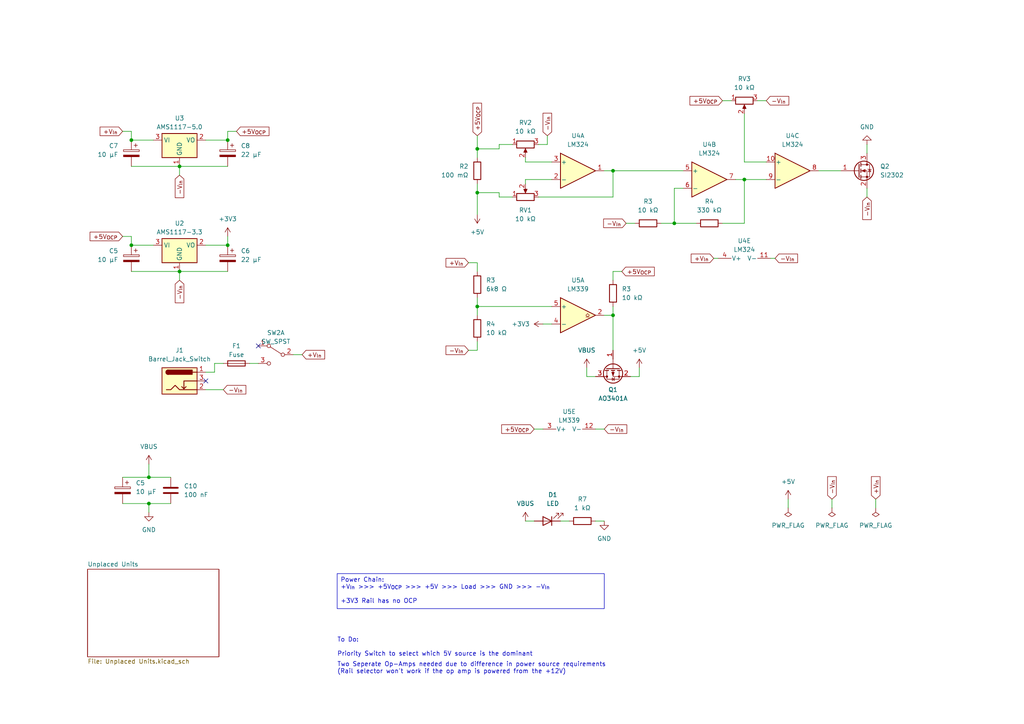
<source format=kicad_sch>
(kicad_sch (version 20230121) (generator eeschema)
  (paper "A4")
  (title_block (title "ATMEGA32A AVR Kit") (date "2023-10-28") (rev "C2") (company "Team Exotic") (comment 1 "Author: Morad Tamer"))
  (lib_symbols
    (symbol "Amplifier_Operational:LM324" (pin_names (offset 0.127))
      (property "Reference" "U" (at 0 5.08 0))
      (property "Value" "LM324" (at 0 -5.08 0))
      (symbol "LM324_1_1"
        (polyline (pts (xy -5.08 5.08) (xy 5.08 0) (xy -5.08 -5.08) (xy -5.08 5.08)) (stroke (width 0.254)) (fill (type background)))
        (pin output line (at 7.62 0 180) (length 2.54) (name "~") (number "1"))
        (pin input line (at -7.62 -2.54 0) (length 2.54) (name "-") (number "2"))
        (pin input line (at -7.62 2.54 0) (length 2.54) (name "+") (number "3"))
      )
      (symbol "LM324_2_1"
        (polyline (pts (xy -5.08 5.08) (xy 5.08 0) (xy -5.08 -5.08) (xy -5.08 5.08)) (stroke (width 0.254)) (fill (type background)))
        (pin input line (at -7.62 2.54 0) (length 2.54) (name "+") (number "5"))
        (pin input line (at -7.62 -2.54 0) (length 2.54) (name "-") (number "6"))
        (pin output line (at 7.62 0 180) (length 2.54) (name "~") (number "7"))
      )
      (symbol "LM324_3_1"
        (polyline (pts (xy -5.08 5.08) (xy 5.08 0) (xy -5.08 -5.08) (xy -5.08 5.08)) (stroke (width 0.254)) (fill (type background)))
        (pin input line (at -7.62 2.54 0) (length 2.54) (name "+") (number "10"))
        (pin output line (at 7.62 0 180) (length 2.54) (name "~") (number "8"))
        (pin input line (at -7.62 -2.54 0) (length 2.54) (name "-") (number "9"))
      )
      (symbol "LM324_4_1"
        (polyline (pts (xy -5.08 5.08) (xy 5.08 0) (xy -5.08 -5.08) (xy -5.08 5.08)) (stroke (width 0.254)) (fill (type background)))
        (pin input line (at -7.62 2.54 0) (length 2.54) (name "+") (number "12"))
        (pin input line (at -7.62 -2.54 0) (length 2.54) (name "-") (number "13"))
        (pin output line (at 7.62 0 180) (length 2.54) (name "~") (number "14"))
      )
      (symbol "LM324_5_1"
        (pin power_in line (at -2.54 -7.62 90) (length 3.81) (name "V-") (number "11"))
        (pin power_in line (at -2.54 7.62 270) (length 3.81) (name "V+") (number "4"))
      )
    )
    (symbol "Comparator:LM339" (pin_names (offset 0.127))
      (property "Reference" "U" (at 0 5.08 0))
      (property "Value" "LM339" (at 0 -5.08 0))
      (symbol "LM339_1_1"
        (polyline (pts (xy -5.08 5.08) (xy 5.08 0) (xy -5.08 -5.08) (xy -5.08 5.08)) (stroke (width 0.254)) (fill (type background)))
        (polyline (pts (xy 3.302 -0.508) (xy 2.794 -0.508) (xy 3.302 0) (xy 2.794 0.508) (xy 2.286 0) (xy 2.794 -0.508) (xy 2.286 -0.508)) (stroke (width 0.127)))
        (pin open_collector line (at 7.62 0 180) (length 2.54) (name "~") (number "2"))
        (pin input line (at -7.62 -2.54 0) (length 2.54) (name "-") (number "4"))
        (pin input line (at -7.62 2.54 0) (length 2.54) (name "+") (number "5"))
      )
      (symbol "LM339_2_1"
        (polyline (pts (xy -5.08 5.08) (xy 5.08 0) (xy -5.08 -5.08) (xy -5.08 5.08)) (stroke (width 0.254)) (fill (type background)))
        (polyline (pts (xy 3.302 -0.508) (xy 2.794 -0.508) (xy 3.302 0) (xy 2.794 0.508) (xy 2.286 0) (xy 2.794 -0.508) (xy 2.286 -0.508)) (stroke (width 0.127)))
        (pin open_collector line (at 7.62 0 180) (length 2.54) (name "~") (number "1"))
        (pin input line (at -7.62 -2.54 0) (length 2.54) (name "-") (number "6"))
        (pin input line (at -7.62 2.54 0) (length 2.54) (name "+") (number "7"))
      )
      (symbol "LM339_3_1"
        (polyline (pts (xy -5.08 5.08) (xy 5.08 0) (xy -5.08 -5.08) (xy -5.08 5.08)) (stroke (width 0.254)) (fill (type background)))
        (polyline (pts (xy 3.302 -0.508) (xy 2.794 -0.508) (xy 3.302 0) (xy 2.794 0.508) (xy 2.286 0) (xy 2.794 -0.508) (xy 2.286 -0.508)) (stroke (width 0.127)))
        (pin input line (at -7.62 -2.54 0) (length 2.54) (name "-") (number "10"))
        (pin input line (at -7.62 2.54 0) (length 2.54) (name "+") (number "11"))
        (pin open_collector line (at 7.62 0 180) (length 2.54) (name "~") (number "13"))
      )
      (symbol "LM339_4_1"
        (polyline (pts (xy -5.08 5.08) (xy 5.08 0) (xy -5.08 -5.08) (xy -5.08 5.08)) (stroke (width 0.254)) (fill (type background)))
        (polyline (pts (xy 3.302 -0.508) (xy 2.794 -0.508) (xy 3.302 0) (xy 2.794 0.508) (xy 2.286 0) (xy 2.794 -0.508) (xy 2.286 -0.508)) (stroke (width 0.127)))
        (pin open_collector line (at 7.62 0 180) (length 2.54) (name "~") (number "14"))
        (pin input line (at -7.62 -2.54 0) (length 2.54) (name "-") (number "8"))
        (pin input line (at -7.62 2.54 0) (length 2.54) (name "+") (number "9"))
      )
      (symbol "LM339_5_1"
        (pin power_in line (at -2.54 -7.62 90) (length 3.81) (name "V-") (number "12"))
        (pin power_in line (at -2.54 7.62 270) (length 3.81) (name "V+") (number "3"))
      )
    )
    (symbol "Connector:Barrel_Jack_Switch" (pin_names hide)
      (property "Reference" "J" (at 0 5.334 0))
      (property "Value" "Barrel_Jack_Switch" (at 0 -5.08 0))
      (symbol "Barrel_Jack_Switch_0_1"
        (rectangle (start -5.08 3.81) (end 5.08 -3.81) (stroke (width 0.254)) (fill (type background)))
        (arc (start -3.302 3.175) (mid -3.9343 2.54) (end -3.302 1.905) (stroke (width 0.254)))
        (arc (start -3.302 3.175) (mid -3.9343 2.54) (end -3.302 1.905) (stroke (width 0.254)) (fill (type outline)))
        (polyline (pts (xy 1.27 -2.286) (xy 1.905 -1.651)) (stroke (width 0.254)))
        (polyline (pts (xy 5.08 2.54) (xy 3.81 2.54)) (stroke (width 0.254)))
        (polyline (pts (xy 5.08 0) (xy 1.27 0) (xy 1.27 -2.286) (xy 0.635 -1.651)) (stroke (width 0.254)))
        (polyline (pts (xy -3.81 -2.54) (xy -2.54 -2.54) (xy -1.27 -1.27) (xy 0 -2.54) (xy 2.54 -2.54) (xy 5.08 -2.54)) (stroke (width 0.254)))
        (rectangle (start 3.683 3.175) (end -3.302 1.905) (stroke (width 0.254)) (fill (type outline)))
      )
      (symbol "Barrel_Jack_Switch_1_1"
        (pin passive line (at 7.62 2.54 180) (length 2.54) (name "~") (number "1"))
        (pin passive line (at 7.62 -2.54 180) (length 2.54) (name "~") (number "2"))
        (pin passive line (at 7.62 0 180) (length 2.54) (name "~") (number "3"))
      )
    )
    (symbol "Device:C" (pin_numbers hide) (pin_names (offset 0.254))
      (property "Reference" "C" (at 0.635 2.54 0))
      (property "Value" "C" (at 0.635 -2.54 0))
      (symbol "C_0_1"
        (polyline (pts (xy -2.032 -0.762) (xy 2.032 -0.762)) (stroke (width 0.508)))
        (polyline (pts (xy -2.032 0.762) (xy 2.032 0.762)) (stroke (width 0.508)))
      )
      (symbol "C_1_1"
        (pin passive line (at 0 3.81 270) (length 2.794) (name "~") (number "1"))
        (pin passive line (at 0 -3.81 90) (length 2.794) (name "~") (number "2"))
      )
    )
    (symbol "Device:C_Polarized" (pin_numbers hide) (pin_names (offset 0.254))
      (property "Reference" "C" (at 0.635 2.54 0))
      (property "Value" "C_Polarized" (at 0.635 -2.54 0))
      (symbol "C_Polarized_0_1"
        (rectangle (start -2.286 0.508) (end 2.286 1.016))
        (polyline (pts (xy -1.778 2.286) (xy -0.762 2.286)))
        (polyline (pts (xy -1.27 2.794) (xy -1.27 1.778)))
        (rectangle (start 2.286 -0.508) (end -2.286 -1.016) (fill (type outline)))
      )
      (symbol "C_Polarized_1_1"
        (pin passive line (at 0 3.81 270) (length 2.794) (name "~") (number "1"))
        (pin passive line (at 0 -3.81 90) (length 2.794) (name "~") (number "2"))
      )
    )
    (symbol "Device:Fuse" (pin_numbers hide) (pin_names (offset 0))
      (property "Reference" "F" (at 2.032 0 90))
      (property "Value" "Fuse" (at -1.905 0 90))
      (symbol "Fuse_0_1"
        (rectangle (start -0.762 -2.54) (end 0.762 2.54) (stroke (width 0.254)))
        (polyline (pts (xy 0 2.54) (xy 0 -2.54)))
      )
      (symbol "Fuse_1_1"
        (pin passive line (at 0 3.81 270) (length 1.27) (name "~") (number "1"))
        (pin passive line (at 0 -3.81 90) (length 1.27) (name "~") (number "2"))
      )
    )
    (symbol "Device:LED" (pin_numbers hide) (pin_names (offset 1.016) hide)
      (property "Reference" "D" (at 0 2.54 0))
      (property "Value" "LED" (at 0 -2.54 0))
      (symbol "LED_0_1"
        (polyline (pts (xy -1.27 -1.27) (xy -1.27 1.27)) (stroke (width 0.254)))
        (polyline (pts (xy -1.27 0) (xy 1.27 0)))
        (polyline (pts (xy 1.27 -1.27) (xy 1.27 1.27) (xy -1.27 0) (xy 1.27 -1.27)) (stroke (width 0.254)))
        (polyline (pts (xy -3.048 -0.762) (xy -4.572 -2.286) (xy -3.81 -2.286) (xy -4.572 -2.286) (xy -4.572 -1.524)))
        (polyline (pts (xy -1.778 -0.762) (xy -3.302 -2.286) (xy -2.54 -2.286) (xy -3.302 -2.286) (xy -3.302 -1.524)))
      )
      (symbol "LED_1_1"
        (pin passive line (at -3.81 0 0) (length 2.54) (name "K") (number "1"))
        (pin passive line (at 3.81 0 180) (length 2.54) (name "A") (number "2"))
      )
    )
    (symbol "Device:R" (pin_numbers hide) (pin_names (offset 0))
      (property "Reference" "R" (at 2.032 0 90))
      (property "Value" "R" (at 0 0 90))
      (symbol "R_0_1"
        (rectangle (start -1.016 -2.54) (end 1.016 2.54) (stroke (width 0.254)))
      )
      (symbol "R_1_1"
        (pin passive line (at 0 3.81 270) (length 1.27) (name "~") (number "1"))
        (pin passive line (at 0 -3.81 90) (length 1.27) (name "~") (number "2"))
      )
    )
    (symbol "Device:R_Potentiometer" (pin_names (offset 1.016) hide)
      (property "Reference" "RV" (at -4.445 0 90))
      (property "Value" "R_Potentiometer" (at -2.54 0 90))
      (symbol "R_Potentiometer_0_1"
        (polyline (pts (xy 2.54 0) (xy 1.524 0)))
        (polyline (pts (xy 1.143 0) (xy 2.286 0.508) (xy 2.286 -0.508) (xy 1.143 0)) (fill (type outline)))
        (rectangle (start 1.016 2.54) (end -1.016 -2.54) (stroke (width 0.254)))
      )
      (symbol "R_Potentiometer_1_1"
        (pin passive line (at 0 3.81 270) (length 1.27) (name "1") (number "1"))
        (pin passive line (at 3.81 0 180) (length 1.27) (name "2") (number "2"))
        (pin passive line (at 0 -3.81 90) (length 1.27) (name "3") (number "3"))
      )
    )
    (symbol "M's Library:SI2302" (pin_names hide)
      (property "Reference" "Q" (at 5.08 1.905 0))
      (property "Value" "SI2302" (at 5.08 0 0))
      (symbol "SI2302_0_1"
        (polyline (pts (xy 0.254 0) (xy -2.54 0)))
        (polyline (pts (xy 0.254 1.905) (xy 0.254 -1.905)) (stroke (width 0.254)))
        (polyline (pts (xy 0.762 -1.27) (xy 0.762 -2.286)) (stroke (width 0.254)))
        (polyline (pts (xy 0.762 0.508) (xy 0.762 -0.508)) (stroke (width 0.254)))
        (polyline (pts (xy 0.762 2.286) (xy 0.762 1.27)) (stroke (width 0.254)))
        (polyline (pts (xy 2.54 2.54) (xy 2.54 1.778)))
        (polyline (pts (xy 2.54 -2.54) (xy 2.54 0) (xy 0.762 0)))
        (polyline (pts (xy 0.762 -1.778) (xy 3.302 -1.778) (xy 3.302 1.778) (xy 0.762 1.778)))
        (polyline (pts (xy 1.016 0) (xy 2.032 0.381) (xy 2.032 -0.381) (xy 1.016 0)) (fill (type outline)))
        (polyline (pts (xy 2.794 0.508) (xy 2.921 0.381) (xy 3.683 0.381) (xy 3.81 0.254)))
        (polyline (pts (xy 3.302 0.381) (xy 2.921 -0.254) (xy 3.683 -0.254) (xy 3.302 0.381)))
        (circle (center 1.651 0) (radius 2.794) (stroke (width 0.254)))
        (circle (center 2.54 -1.778) (radius 0.254) (fill (type outline)))
        (circle (center 2.54 1.778) (radius 0.254) (fill (type outline)))
      )
      (symbol "SI2302_1_1"
        (pin input line (at -5.08 0 0) (length 2.54) (name "G") (number "1"))
        (pin passive line (at 2.54 -5.08 90) (length 2.54) (name "S") (number "2"))
        (pin passive line (at 2.54 5.08 270) (length 2.54) (name "D") (number "3"))
      )
    )
    (symbol "Regulator_Linear:AMS1117-3.3"
      (property "Reference" "U" (at -3.81 3.175 0))
      (property "Value" "AMS1117-3.3" (at 0 3.175 0))
      (symbol "AMS1117-3.3_0_1"
        (rectangle (start -5.08 -5.08) (end 5.08 1.905) (stroke (width 0.254)) (fill (type background)))
      )
      (symbol "AMS1117-3.3_1_1"
        (pin power_in line (at 0 -7.62 90) (length 2.54) (name "GND") (number "1"))
        (pin power_out line (at 7.62 0 180) (length 2.54) (name "VO") (number "2"))
        (pin power_in line (at -7.62 0 0) (length 2.54) (name "VI") (number "3"))
      )
    )
    (symbol "Regulator_Linear:AMS1117-5.0"
      (property "Reference" "U" (at -3.81 3.175 0))
      (property "Value" "AMS1117-5.0" (at 0 3.175 0))
      (symbol "AMS1117-5.0_0_1"
        (rectangle (start -5.08 -5.08) (end 5.08 1.905) (stroke (width 0.254)) (fill (type background)))
      )
      (symbol "AMS1117-5.0_1_1"
        (pin power_in line (at 0 -7.62 90) (length 2.54) (name "GND") (number "1"))
        (pin power_out line (at 7.62 0 180) (length 2.54) (name "VO") (number "2"))
        (pin power_in line (at -7.62 0 0) (length 2.54) (name "VI") (number "3"))
      )
    )
    (symbol "Switch:SW_DPDT_x2" (pin_names (offset 0) hide)
      (property "Reference" "SW" (at 0 4.318 0))
      (property "Value" "SW_DPDT_x2" (at 0 -5.08 0))
      (symbol "SW_DPDT_x2_0_0"
        (circle (center -2.032 0) (radius 0.508))
        (circle (center 2.032 -2.54) (radius 0.508))
      )
      (symbol "SW_DPDT_x2_0_1"
        (polyline (pts (xy -1.524 0.254) (xy 1.651 2.286)))
        (circle (center 2.032 2.54) (radius 0.508))
      )
      (symbol "SW_DPDT_x2_1_1"
        (pin passive line (at 5.08 2.54 180) (length 2.54) (name "A") (number "1"))
        (pin passive line (at -5.08 0 0) (length 2.54) (name "B") (number "2"))
        (pin passive line (at 5.08 -2.54 180) (length 2.54) (name "C") (number "3"))
      )
      (symbol "SW_DPDT_x2_2_1"
        (pin passive line (at 5.08 2.54 180) (length 2.54) (name "A") (number "4"))
        (pin passive line (at -5.08 0 0) (length 2.54) (name "B") (number "5"))
        (pin passive line (at 5.08 -2.54 180) (length 2.54) (name "C") (number "6"))
      )
    )
    (symbol "Transistor_FET:AO3401A" (pin_names hide)
      (property "Reference" "Q" (at 5.08 1.905 0))
      (property "Value" "AO3401A" (at 5.08 0 0))
      (symbol "AO3401A_0_1"
        (polyline (pts (xy 0.254 0) (xy -2.54 0)))
        (polyline (pts (xy 0.254 1.905) (xy 0.254 -1.905)) (stroke (width 0.254)))
        (polyline (pts (xy 0.762 -1.27) (xy 0.762 -2.286)) (stroke (width 0.254)))
        (polyline (pts (xy 0.762 0.508) (xy 0.762 -0.508)) (stroke (width 0.254)))
        (polyline (pts (xy 0.762 2.286) (xy 0.762 1.27)) (stroke (width 0.254)))
        (polyline (pts (xy 2.54 2.54) (xy 2.54 1.778)))
        (polyline (pts (xy 2.54 -2.54) (xy 2.54 0) (xy 0.762 0)))
        (polyline (pts (xy 0.762 1.778) (xy 3.302 1.778) (xy 3.302 -1.778) (xy 0.762 -1.778)))
        (polyline (pts (xy 2.286 0) (xy 1.27 0.381) (xy 1.27 -0.381) (xy 2.286 0)) (fill (type outline)))
        (polyline (pts (xy 2.794 -0.508) (xy 2.921 -0.381) (xy 3.683 -0.381) (xy 3.81 -0.254)))
        (polyline (pts (xy 3.302 -0.381) (xy 2.921 0.254) (xy 3.683 0.254) (xy 3.302 -0.381)))
        (circle (center 1.651 0) (radius 2.794) (stroke (width 0.254)))
        (circle (center 2.54 -1.778) (radius 0.254) (fill (type outline)))
        (circle (center 2.54 1.778) (radius 0.254) (fill (type outline)))
      )
      (symbol "AO3401A_1_1"
        (pin input line (at -5.08 0 0) (length 2.54) (name "G") (number "1"))
        (pin passive line (at 2.54 -5.08 90) (length 2.54) (name "S") (number "2"))
        (pin passive line (at 2.54 5.08 270) (length 2.54) (name "D") (number "3"))
      )
    )
    (symbol "power:+3V3" (power) (pin_names (offset 0))
      (property "Value" "+3V3" (at 0 3.556 0))
      (symbol "+3V3_0_1"
        (polyline (pts (xy -0.762 1.27) (xy 0 2.54)))
        (polyline (pts (xy 0 0) (xy 0 2.54)))
        (polyline (pts (xy 0 2.54) (xy 0.762 1.27)))
      )
      (symbol "+3V3_1_1"
        (pin power_in line (at 0 0 90) (length 0) hide (name "+3V3") (number "1"))
      )
    )
    (symbol "power:+5V" (power) (pin_names (offset 0))
      (property "Value" "+5V" (at 0 3.556 0))
      (symbol "+5V_0_1"
        (polyline (pts (xy -0.762 1.27) (xy 0 2.54)))
        (polyline (pts (xy 0 0) (xy 0 2.54)))
        (polyline (pts (xy 0 2.54) (xy 0.762 1.27)))
      )
      (symbol "+5V_1_1"
        (pin power_in line (at 0 0 90) (length 0) hide (name "+5V") (number "1"))
      )
    )
    (symbol "power:GND" (power) (pin_names (offset 0))
      (property "Value" "GND" (at 0 -3.81 0))
      (symbol "GND_0_1"
        (polyline (pts (xy 0 0) (xy 0 -1.27) (xy 1.27 -1.27) (xy 0 -2.54) (xy -1.27 -1.27) (xy 0 -1.27)))
      )
      (symbol "GND_1_1"
        (pin power_in line (at 0 0 270) (length 0) hide (name "GND") (number "1"))
      )
    )
    (symbol "power:PWR_FLAG" (power) (pin_numbers hide) (pin_names (offset 0) hide)
      (property "Value" "PWR_FLAG" (at 0 3.81 0))
      (symbol "PWR_FLAG_0_0"
        (pin power_out line (at 0 0 90) (length 0) (name "pwr") (number "1"))
      )
      (symbol "PWR_FLAG_0_1"
        (polyline (pts (xy 0 0) (xy 0 1.27) (xy -1.016 1.905) (xy 0 2.54) (xy 1.016 1.905) (xy 0 1.27)))
      )
    )
    (symbol "power:VBUS" (power) (pin_names (offset 0))
      (property "Value" "VBUS" (at 0 3.81 0))
      (symbol "VBUS_0_1"
        (polyline (pts (xy -0.762 1.27) (xy 0 2.54)))
        (polyline (pts (xy 0 0) (xy 0 2.54)))
        (polyline (pts (xy 0 2.54) (xy 0.762 1.27)))
      )
      (symbol "VBUS_1_1"
        (pin power_in line (at 0 0 90) (length 0) hide (name "VBUS") (number "1"))
      )
    )
  )
  (junction (at 66.04 40.64))
  (junction (at 52.07 78.74))
  (junction (at 138.43 88.9))
  (junction (at 195.58 64.77))
  (junction (at 215.9 52.07))
  (junction (at 52.07 48.26))
  (junction (at 43.18 146.05))
  (junction (at 38.1 40.64))
  (junction (at 138.43 55.88))
  (junction (at 138.43 43.18))
  (junction (at 43.18 138.43))
  (junction (at 66.04 71.12))
  (junction (at 177.8 49.53))
  (junction (at 177.8 91.44))
  (junction (at 38.1 71.12))
  (no_connect (at 74.93 100.33))
  (no_connect (at 59.69 110.49))
  (wire (pts (xy 62.23 105.41) (xy 62.23 107.95)))
  (wire (pts (xy 208.28 74.93) (xy 207.01 74.93)))
  (wire (pts (xy 215.9 52.07) (xy 222.25 52.07)))
  (wire (pts (xy 158.75 39.37) (xy 158.75 41.91)))
  (wire (pts (xy 152.4 45.72) (xy 152.4 46.99)))
  (wire (pts (xy 157.48 93.98) (xy 160.02 93.98)))
  (wire (pts (xy 35.56 138.43) (xy 43.18 138.43)))
  (wire (pts (xy 38.1 78.74) (xy 52.07 78.74)))
  (wire (pts (xy 228.6 144.78) (xy 228.6 147.32)))
  (wire (pts (xy 144.78 41.91) (xy 144.78 43.18)))
  (wire (pts (xy 209.55 29.21) (xy 212.09 29.21)))
  (wire (pts (xy 35.56 68.58) (xy 38.1 68.58)))
  (wire (pts (xy 72.39 105.41) (xy 74.93 105.41)))
  (wire (pts (xy 43.18 146.05) (xy 49.53 146.05)))
  (wire (pts (xy 185.42 106.68) (xy 185.42 109.22)))
  (wire (pts (xy 209.55 64.77) (xy 215.9 64.77)))
  (wire (pts (xy 38.1 38.1) (xy 38.1 40.64)))
  (wire (pts (xy 62.23 105.41) (xy 64.77 105.41)))
  (wire (pts (xy 254 144.78) (xy 254 147.32)))
  (wire (pts (xy 152.4 46.99) (xy 160.02 46.99)))
  (wire (pts (xy 59.69 71.12) (xy 66.04 71.12)))
  (wire (pts (xy 138.43 86.36) (xy 138.43 88.9)))
  (wire (pts (xy 59.69 40.64) (xy 66.04 40.64)))
  (wire (pts (xy 172.72 124.46) (xy 175.26 124.46)))
  (wire (pts (xy 215.9 46.99) (xy 222.25 46.99)))
  (wire (pts (xy 52.07 48.26) (xy 52.07 50.8)))
  (wire (pts (xy 154.94 124.46) (xy 157.48 124.46)))
  (wire (pts (xy 43.18 134.62) (xy 43.18 138.43)))
  (wire (pts (xy 177.8 91.44) (xy 177.8 101.6)))
  (wire (pts (xy 52.07 48.26) (xy 66.04 48.26)))
  (wire (pts (xy 152.4 151.13) (xy 154.94 151.13)))
  (wire (pts (xy 201.93 64.77) (xy 195.58 64.77)))
  (wire (pts (xy 177.8 49.53) (xy 198.12 49.53)))
  (wire (pts (xy 181.61 64.77) (xy 184.15 64.77)))
  (wire (pts (xy 68.58 38.1) (xy 66.04 38.1)))
  (wire (pts (xy 144.78 55.88) (xy 144.78 57.15)))
  (wire (pts (xy 38.1 40.64) (xy 44.45 40.64)))
  (wire (pts (xy 195.58 54.61) (xy 198.12 54.61)))
  (wire (pts (xy 177.8 57.15) (xy 177.8 49.53)))
  (wire (pts (xy 219.71 29.21) (xy 222.25 29.21)))
  (wire (pts (xy 64.77 113.03) (xy 59.69 113.03)))
  (wire (pts (xy 162.56 151.13) (xy 165.1 151.13)))
  (wire (pts (xy 62.23 107.95) (xy 59.69 107.95)))
  (wire (pts (xy 138.43 43.18) (xy 138.43 45.72)))
  (wire (pts (xy 177.8 88.9) (xy 177.8 91.44)))
  (wire (pts (xy 138.43 101.6) (xy 138.43 99.06)))
  (wire (pts (xy 138.43 55.88) (xy 138.43 62.23)))
  (wire (pts (xy 38.1 68.58) (xy 38.1 71.12)))
  (wire (pts (xy 35.56 38.1) (xy 38.1 38.1)))
  (wire (pts (xy 152.4 53.34) (xy 152.4 52.07)))
  (wire (pts (xy 43.18 146.05) (xy 43.18 148.59)))
  (wire (pts (xy 38.1 48.26) (xy 52.07 48.26)))
  (wire (pts (xy 213.36 52.07) (xy 215.9 52.07)))
  (wire (pts (xy 170.18 106.68) (xy 170.18 109.22)))
  (wire (pts (xy 185.42 109.22) (xy 182.88 109.22)))
  (wire (pts (xy 152.4 52.07) (xy 160.02 52.07)))
  (wire (pts (xy 85.09 102.87) (xy 87.63 102.87)))
  (wire (pts (xy 66.04 38.1) (xy 66.04 40.64)))
  (wire (pts (xy 144.78 41.91) (xy 148.59 41.91)))
  (wire (pts (xy 195.58 64.77) (xy 195.58 54.61)))
  (wire (pts (xy 52.07 78.74) (xy 66.04 78.74)))
  (wire (pts (xy 175.26 91.44) (xy 177.8 91.44)))
  (wire (pts (xy 177.8 49.53) (xy 175.26 49.53)))
  (wire (pts (xy 38.1 71.12) (xy 44.45 71.12)))
  (wire (pts (xy 66.04 68.58) (xy 66.04 71.12)))
  (wire (pts (xy 43.18 138.43) (xy 49.53 138.43)))
  (wire (pts (xy 52.07 78.74) (xy 52.07 81.28)))
  (wire (pts (xy 191.77 64.77) (xy 195.58 64.77)))
  (wire (pts (xy 215.9 64.77) (xy 215.9 52.07)))
  (wire (pts (xy 180.34 78.74) (xy 177.8 78.74)))
  (wire (pts (xy 237.49 49.53) (xy 243.84 49.53)))
  (wire (pts (xy 138.43 76.2) (xy 135.89 76.2)))
  (wire (pts (xy 135.89 101.6) (xy 138.43 101.6)))
  (wire (pts (xy 251.46 54.61) (xy 251.46 57.15)))
  (wire (pts (xy 35.56 146.05) (xy 43.18 146.05)))
  (wire (pts (xy 138.43 55.88) (xy 144.78 55.88)))
  (wire (pts (xy 156.21 57.15) (xy 177.8 57.15)))
  (wire (pts (xy 177.8 78.74) (xy 177.8 81.28)))
  (wire (pts (xy 156.21 41.91) (xy 158.75 41.91)))
  (wire (pts (xy 144.78 57.15) (xy 148.59 57.15)))
  (wire (pts (xy 170.18 109.22) (xy 172.72 109.22)))
  (wire (pts (xy 223.52 74.93) (xy 224.79 74.93)))
  (wire (pts (xy 138.43 43.18) (xy 144.78 43.18)))
  (wire (pts (xy 215.9 33.02) (xy 215.9 46.99)))
  (wire (pts (xy 138.43 39.37) (xy 138.43 43.18)))
  (wire (pts (xy 241.3 144.78) (xy 241.3 147.32)))
  (wire (pts (xy 138.43 88.9) (xy 138.43 91.44)))
  (wire (pts (xy 172.72 151.13) (xy 175.26 151.13)))
  (wire (pts (xy 138.43 53.34) (xy 138.43 55.88)))
  (wire (pts (xy 138.43 78.74) (xy 138.43 76.2)))
  (wire (pts (xy 251.46 41.91) (xy 251.46 44.45)))
  (wire (pts (xy 138.43 88.9) (xy 160.02 88.9)))
  (text_box "Power Chain:\n+V_{In} >>> +5V_{OCP} >>> +5V >>> Load >>> GND >>> -V_{In}\n\n+3V3 Rail has no OCP" (at 97.79 166.37 0) (size 77.47 10.16) (effects (font (size 1.27 1.27)) (justify left top)))
  (text "Two Seperate Op-Amps needed due to difference in power source requirements\n(Rail selector won't work if the op amp is powered from the +12V)" (at 97.79 195.58 0) (effects (font (size 1.27 1.27)) (justify left bottom)))
  (text "To Do:\n\nPriority Switch to select which 5V source is the dominant" (at 97.79 190.5 0) (effects (font (size 1.27 1.27)) (justify left bottom)))
  (global_label "-V_{In}" (shape input) (at 135.89 101.6 180) (property "Intersheetrefs" "${INTERSHEET_REFS}" (effects hide)))
  (global_label "-V_{In}" (shape input) (at 52.07 50.8 270) (property "Intersheetrefs" "${INTERSHEET_REFS}" (effects hide)))
  (global_label "-V_{In}" (shape input) (at 251.46 57.15 270) (property "Intersheetrefs" "${INTERSHEET_REFS}" (effects hide)))
  (global_label "-V_{In}" (shape input) (at 224.79 74.93 0) (property "Intersheetrefs" "${INTERSHEET_REFS}" (effects hide)))
  (global_label "-V_{In}" (shape input) (at 241.3 144.78 90) (property "Intersheetrefs" "${INTERSHEET_REFS}" (effects hide)))
  (global_label "+5V_{OCP}" (shape input) (at 180.34 78.74 0) (property "Intersheetrefs" "${INTERSHEET_REFS}" (effects hide)))
  (global_label "-V_{In}" (shape input) (at 64.77 113.03 0) (property "Intersheetrefs" "${INTERSHEET_REFS}" (effects hide)))
  (global_label "+5V_{OCP}" (shape input) (at 35.56 68.58 180) (property "Intersheetrefs" "${INTERSHEET_REFS}" (effects hide)))
  (global_label "+5V_{OCP}" (shape input) (at 154.94 124.46 180) (property "Intersheetrefs" "${INTERSHEET_REFS}" (effects hide)))
  (global_label "+V_{In}" (shape input) (at 87.63 102.87 0) (property "Intersheetrefs" "${INTERSHEET_REFS}" (effects hide)))
  (global_label "+V_{In}" (shape input) (at 254 144.78 90) (property "Intersheetrefs" "${INTERSHEET_REFS}" (effects hide)))
  (global_label "+V_{In}" (shape input) (at 135.89 76.2 180) (property "Intersheetrefs" "${INTERSHEET_REFS}" (effects hide)))
  (global_label "+5V_{OCP}" (shape input) (at 68.58 38.1 0) (property "Intersheetrefs" "${INTERSHEET_REFS}" (effects hide)))
  (global_label "-V_{In}" (shape input) (at 181.61 64.77 180) (property "Intersheetrefs" "${INTERSHEET_REFS}" (effects hide)))
  (global_label "+V_{In}" (shape input) (at 207.01 74.93 180) (property "Intersheetrefs" "${INTERSHEET_REFS}" (effects hide)))
  (global_label "-V_{In}" (shape input) (at 222.25 29.21 0) (property "Intersheetrefs" "${INTERSHEET_REFS}" (effects hide)))
  (global_label "-V_{In}" (shape input) (at 52.07 81.28 270) (property "Intersheetrefs" "${INTERSHEET_REFS}" (effects hide)))
  (global_label "+5V_{OCP}" (shape input) (at 138.43 39.37 90) (property "Intersheetrefs" "${INTERSHEET_REFS}" (effects hide)))
  (global_label "+5V_{OCP}" (shape input) (at 209.55 29.21 180) (property "Intersheetrefs" "${INTERSHEET_REFS}" (effects hide)))
  (global_label "-V_{In}" (shape input) (at 158.75 39.37 90) (property "Intersheetrefs" "${INTERSHEET_REFS}" (effects hide)))
  (global_label "+V_{In}" (shape input) (at 35.56 38.1 180) (property "Intersheetrefs" "${INTERSHEET_REFS}" (effects hide)))
  (global_label "-V_{In}" (shape input) (at 175.26 124.46 0) (property "Intersheetrefs" "${INTERSHEET_REFS}" (effects hide)))
  (symbol (lib_id "Device:R_Potentiometer") (at 215.9 29.21 90) (mirror x) (unit 1)
    (property "Reference" "RV3" (at 215.9 22.86 90))
    (property "Value" "10 kΩ" (at 215.9 25.4 90))
    (property "Footprint" "Potentiometer_THT:Potentiometer_Bourns_3296W_Vertical" (effects hide))
    (property "Local Seller" "https://makerselectronics.com/product/trimmer-potentiometer-multiturn-10k%cf%89-3296w-1-103" (effects hide))
  )
  (symbol (lib_id "Amplifier_Operational:LM324") (at 167.64 49.53 0) (unit 1)
    (property "Reference" "U4" (at 167.64 39.37 0))
    (property "Value" "LM324" (at 167.64 41.91 0))
    (property "Footprint" "Package_SO:SO-14_3.9x8.65mm_P1.27mm" (effects hide))
    (property "Datasheet" "http://www.ti.com/lit/ds/symlink/lm2902-n.pdf" (effects hide))
    (property "Local Seller" "https://makerselectronics.com/product/lm324-sop-14-operational-amplifier-smd" (effects hide))
  )
  (symbol (lib_id "power:+3V3") (at 66.04 68.58 0) (unit 1)
    (property "Reference" "#PWR011" (effects hide))
    (property "Value" "+3V3" (at 66.04 63.5 0))
  )
  (symbol (lib_id "Regulator_Linear:AMS1117-5.0") (at 52.07 40.64 0) (unit 1)
    (property "Reference" "U3" (at 52.07 34.29 0))
    (property "Value" "AMS1117-5.0" (at 52.07 36.83 0))
    (property "Footprint" "Package_TO_SOT_SMD:SOT-223-3_TabPin2" (effects hide))
    (property "Datasheet" "http://www.advanced-monolithic.com/pdf/ds1117.pdf" (effects hide))
    (property "Local Seller" "https://makerselectronics.com/product/ams1117-5v-smd-fixed-12v-5v-800ma-sot-223-dropout-regulators" (effects hide))
    (instances (project "[EXOTIC] AVR Kit" (path "" (reference "U3") (unit 1)) (path "" (reference "U2") (unit 1))))
  )
  (symbol (lib_id "power:GND") (at 175.26 151.13 0) (unit 1)
    (property "Reference" "#PWR012" (effects hide))
    (property "Value" "GND" (at 175.26 156.21 0))
    (instances (project "[EXOTIC] AVR Kit" (path "" (reference "#PWR012") (unit 1)) (path "" (reference "#PWR026") (unit 1))))
  )
  (symbol (lib_id "Transistor_FET:AO3401A") (at 177.8 106.68 90) (mirror x) (unit 1)
    (property "Reference" "Q1" (at 177.8 113.03 90))
    (property "Value" "AO3401A" (at 177.8 115.57 90))
    (property "Footprint" "Package_TO_SOT_SMD:SOT-23_Handsoldering" (effects hide))
    (property "Datasheet" "http://www.aosmd.com/pdfs/datasheet/AO3401A.pdf" (effects hide))
    (property "Local Seller" "https://makerselectronics.com/product/ao3401-30v-4-2a-65m%cf%8910v4-2a-350mw-p-channel-sot-23to-236-mosfet-smd" (effects hide))
  )
  (symbol (lib_id "Amplifier_Operational:LM324") (at 229.87 49.53 0) (unit 3)
    (property "Reference" "U4" (at 229.87 39.37 0))
    (property "Value" "LM324" (at 229.87 41.91 0))
    (property "Footprint" "Package_SO:SO-14_3.9x8.65mm_P1.27mm" (effects hide))
    (property "Datasheet" "http://www.ti.com/lit/ds/symlink/lm2902-n.pdf" (effects hide))
    (property "Local Seller" "https://makerselectronics.com/product/lm324-sop-14-operational-amplifier-smd" (effects hide))
  )
  (symbol (lib_id "Device:Fuse") (at 68.58 105.41 90) (unit 1)
    (property "Reference" "F1" (at 68.58 100.33 90))
    (property "Value" "Fuse" (at 68.58 102.87 90))
    (property "Footprint" "Fuse:Fuseholder_Cylinder-5x20mm_Schurter_0031_8201_Horizontal_Open" (effects hide))
    (property "Local Seller" "https://makerselectronics.com/product/fuse-holder-5mm-x-20mm-pcb-mount-blx-a" (effects hide))
  )
  (symbol (lib_id "Switch:SW_DPDT_x2") (at 80.01 102.87 0) (mirror y) (unit 1)
    (property "Reference" "SW2" (at 80.01 96.52 0))
    (property "Value" "SW_SPST" (at 80.01 99.06 0))
    (property "Footprint" "Button_Switch_THT:SW_Push_2P2T_Toggle_CK_PVA2xxH1xxxxxxV2" (effects hide))
    (property "Local Seller" "https://microohm-eg.com/product/on-off-switch-6-pin-8x8mm/" (effects hide))
  )
  (symbol (lib_id "power:VBUS") (at 152.4 151.13 0) (unit 1)
    (property "Reference" "#PWR025" (effects hide))
    (property "Value" "VBUS" (at 152.4 146.05 0))
  )
  (symbol (lib_id "power:+5V") (at 138.43 62.23 180) (unit 1)
    (property "Reference" "#PWR014" (effects hide))
    (property "Value" "+5V" (at 138.43 67.31 0))
  )
  (symbol (lib_id "Device:R") (at 168.91 151.13 90) (unit 1)
    (property "Reference" "R7" (at 168.91 144.78 90))
    (property "Value" "1 kΩ" (at 168.91 147.32 90))
    (property "Footprint" "Resistor_SMD:R_1206_3216Metric_Pad1.30x1.75mm_HandSolder" (effects hide))
    (property "Local Seller" "https://makerselectronics.com/product/chip-resistor-smd-1k%cf%89-%c2%b11-0-25w-%c2%b1100ppm-%e2%84%83-1206" (effects hide))
  )
  (symbol (lib_id "Device:C_Polarized") (at 38.1 44.45 0) (mirror y) (unit 1)
    (property "Reference" "C7" (at 34.29 42.291 0) (effects (justify left)))
    (property "Value" "10 µF" (at 34.29 44.831 0) (effects (justify left)))
    (property "Footprint" "Capacitor_SMD:C_1206_3216Metric_Pad1.33x1.80mm_HandSolder" (effects hide))
    (property "Local Seller" "https://makerselectronics.com/product/multilayer-ceramic-capacitors-mlcc-smd-smt-10uf-25v-x5r-%c2%b110-1206" (effects hide))
    (instances (project "[EXOTIC] AVR Kit" (path "" (reference "C7") (unit 1)) (path "" (reference "C6") (unit 1))))
  )
  (symbol (lib_id "power:+5V") (at 228.6 144.78 0) (unit 1)
    (property "Reference" "#PWR015" (effects hide))
    (property "Value" "+5V" (at 228.6 139.7 0))
  )
  (symbol (lib_id "Regulator_Linear:AMS1117-3.3") (at 52.07 71.12 0) (unit 1)
    (property "Reference" "U2" (at 52.07 64.77 0))
    (property "Value" "AMS1117-3.3" (at 52.07 67.31 0))
    (property "Footprint" "Package_TO_SOT_SMD:SOT-223-3_TabPin2" (effects hide))
    (property "Datasheet" "http://www.advanced-monolithic.com/pdf/ds1117.pdf" (effects hide))
    (property "Local Seller" "https://microohm-eg.com/product/ams1117-3-3v-low-dropout-voltage-regulator-smd/" (effects hide))
    (instances (project "[EXOTIC] AVR Kit" (path "" (reference "U2") (unit 1)) (path "" (reference "U3") (unit 1))))
  )
  (symbol (lib_id "power:PWR_FLAG") (at 228.6 147.32 180) (unit 1)
    (property "Reference" "#FLG01" (effects hide))
    (property "Value" "PWR_FLAG" (at 228.6 152.4 0))
    (instances (project "[EXOTIC] AVR Kit" (path "" (reference "#FLG01") (unit 1)) (path "" (reference "#FLG02") (unit 1))) (project "ATMEGA32A Development Board" (path "" (reference "#FLG01") (unit 1))))
  )
  (symbol (lib_id "Device:R") (at 205.74 64.77 90) (unit 1)
    (property "Reference" "R4" (at 205.74 58.42 90))
    (property "Value" "330 kΩ" (at 205.74 60.96 90))
    (property "Footprint" "Resistor_SMD:R_1206_3216Metric_Pad1.30x1.75mm_HandSolder" (effects hide))
    (property "Local Seller" "https://makerselectronics.com/product/chip-resistor-smd-330k%cf%89-%c2%b11-250mw-1206" (effects hide))
  )
  (symbol (lib_id "Device:C_Polarized") (at 66.04 74.93 0) (mirror y) (unit 1)
    (property "Reference" "C6" (at 69.85 72.771 0) (effects (justify right)))
    (property "Value" "22 µF" (at 69.85 75.311 0) (effects (justify right)))
    (property "Footprint" "Capacitor_SMD:C_1206_3216Metric_Pad1.33x1.80mm_HandSolder" (effects hide))
    (property "Local Seller" "https://makerselectronics.com/product/multilayer-ceramic-capacitors-mlcc-smd-smt-25v-22uf-%c2%b110-1206" (effects hide))
    (instances (project "[EXOTIC] AVR Kit" (path "" (reference "C6") (unit 1)) (path "" (reference "C7") (unit 1))))
  )
  (symbol (lib_id "Amplifier_Operational:LM324") (at 205.74 52.07 0) (unit 2)
    (property "Reference" "U4" (at 205.74 41.91 0))
    (property "Value" "LM324" (at 205.74 44.45 0))
    (property "Footprint" "Package_SO:SO-14_3.9x8.65mm_P1.27mm" (effects hide))
    (property "Datasheet" "http://www.ti.com/lit/ds/symlink/lm2902-n.pdf" (effects hide))
    (property "Local Seller" "https://makerselectronics.com/product/lm324-sop-14-operational-amplifier-smd" (effects hide))
  )
  (symbol (lib_id "power:PWR_FLAG") (at 241.3 147.32 180) (unit 1)
    (property "Reference" "#FLG01" (effects hide))
    (property "Value" "PWR_FLAG" (at 241.3 152.4 0))
    (instances (project "[EXOTIC] AVR Kit" (path "" (reference "#FLG01") (unit 1)) (path "" (reference "#FLG03") (unit 1))) (project "ATMEGA32A Development Board" (path "" (reference "#FLG01") (unit 1))))
  )
  (symbol (lib_id "Device:C_Polarized") (at 38.1 74.93 0) (mirror y) (unit 1)
    (property "Reference" "C5" (at 34.29 72.771 0) (effects (justify left)))
    (property "Value" "10 µF" (at 34.29 75.311 0) (effects (justify left)))
    (property "Footprint" "Capacitor_SMD:C_1206_3216Metric_Pad1.33x1.80mm_HandSolder" (effects hide))
    (property "Local Seller" "https://makerselectronics.com/product/multilayer-ceramic-capacitors-mlcc-smd-smt-10uf-25v-x5r-%c2%b110-1206" (effects hide))
  )
  (symbol (lib_id "Comparator:LM339") (at 165.1 121.92 90) (unit 5)
    (property "Reference" "U5" (at 165.1 119.38 90))
    (property "Value" "LM339" (at 165.1 121.92 90))
    (property "Footprint" "Package_SO:SOIC-14_3.9x8.7mm_P1.27mm" (effects hide))
    (property "Datasheet" "https://www.st.com/resource/en/datasheet/lm139.pdf" (effects hide))
    (property "Local Seller" "https://makerselectronics.com/product/lm339d-5mv-0-25ua-4-soic-14-comparator-smd-ic" (effects hide))
  )
  (symbol (lib_id "power:+5V") (at 185.42 106.68 0) (unit 1)
    (property "Reference" "#PWR010" (effects hide))
    (property "Value" "+5V" (at 185.42 101.6 0))
  )
  (symbol (lib_id "power:GND") (at 43.18 148.59 0) (unit 1)
    (property "Reference" "#PWR012" (effects hide))
    (property "Value" "GND" (at 43.18 153.67 0))
    (instances (project "[EXOTIC] AVR Kit" (path "" (reference "#PWR012") (unit 1)) (path "" (reference "#PWR023") (unit 1))))
  )
  (symbol (lib_id "power:+3V3") (at 157.48 93.98 90) (unit 1)
    (property "Reference" "#PWR019" (effects hide))
    (property "Value" "+3V3" (at 153.67 93.98 90) (effects (justify left)))
  )
  (symbol (lib_id "Device:R") (at 177.8 85.09 180) (unit 1)
    (property "Reference" "R3" (at 180.34 83.82 0) (effects (justify right)))
    (property "Value" "10 kΩ" (at 180.34 86.36 0) (effects (justify right)))
    (property "Footprint" "Resistor_SMD:R_1206_3216Metric_Pad1.30x1.75mm_HandSolder" (effects hide))
    (property "Local Seller" "https://makerselectronics.com/product/chip-resistor-smd-10k%cf%89-%c2%b11-250mw-1206" (effects hide))
    (instances (project "[EXOTIC] AVR Kit" (path "" (reference "R3") (unit 1)) (path "" (reference "R8") (unit 1))))
  )
  (symbol (lib_id "power:GND") (at 251.46 41.91 180) (unit 1)
    (property "Reference" "#PWR012" (effects hide))
    (property "Value" "GND" (at 251.46 36.83 0))
  )
  (symbol (lib_id "Device:LED") (at 158.75 151.13 180) (unit 1)
    (property "Reference" "D1" (at 160.3375 143.51 0))
    (property "Value" "LED" (at 160.3375 146.05 0))
    (property "Footprint" "LED_THT:LED_D5.0mm_Clear" (effects hide))
    (property "Local Seller" "https://makerselectronics.com/product/blue-led-5mm-transparent" (effects hide))
  )
  (symbol (lib_id "Comparator:LM339") (at 167.64 91.44 0) (unit 1)
    (property "Reference" "U5" (at 167.64 81.28 0))
    (property "Value" "LM339" (at 167.64 83.82 0))
    (property "Footprint" "Package_SO:SOIC-14_3.9x8.7mm_P1.27mm" (effects hide))
    (property "Datasheet" "https://www.st.com/resource/en/datasheet/lm139.pdf" (effects hide))
    (property "Local Seller" "https://makerselectronics.com/product/lm339d-5mv-0-25ua-4-soic-14-comparator-smd-ic" (effects hide))
  )
  (symbol (lib_id "Device:C_Polarized") (at 66.04 44.45 0) (mirror y) (unit 1)
    (property "Reference" "C8" (at 69.85 42.291 0) (effects (justify right)))
    (property "Value" "22 µF" (at 69.85 44.831 0) (effects (justify right)))
    (property "Footprint" "Capacitor_SMD:C_1206_3216Metric_Pad1.33x1.80mm_HandSolder" (effects hide))
    (property "Local Seller" "https://makerselectronics.com/product/multilayer-ceramic-capacitors-mlcc-smd-smt-25v-22uf-%c2%b110-1206" (effects hide))
  )
  (symbol (lib_id "Device:C") (at 49.53 142.24 0) (mirror x) (unit 1)
    (property "Reference" "C10" (at 53.34 140.97 0) (effects (justify left)))
    (property "Value" "100 nF" (at 53.34 143.51 0) (effects (justify left)))
    (property "Footprint" "Capacitor_SMD:C_1206_3216Metric_Pad1.33x1.80mm_HandSolder" (effects hide))
    (property "Local Seller" "https://makerselectronics.com/product/multilayer-ceramic-capacitors-mlcc-smd-smt-50v-100nf-x7r-%c2%b110-1206" (effects hide))
    (instances (project "[EXOTIC] AVR Kit" (path "" (reference "C10") (unit 1)) (path "" (reference "C11") (unit 1))))
  )
  (symbol (lib_id "Device:R") (at 138.43 82.55 180) (unit 1)
    (property "Reference" "R3" (at 140.97 81.28 0) (effects (justify right)))
    (property "Value" "6k8 Ω" (at 140.97 83.82 0) (effects (justify right)))
    (property "Footprint" "Resistor_SMD:R_1206_3216Metric_Pad1.30x1.75mm_HandSolder" (effects hide))
    (property "Local Seller" "https://makerselectronics.com/product/chip-resistor-smd-6-8k%cf%89-%c2%b11-250mw-1206" (effects hide))
    (instances (project "[EXOTIC] AVR Kit" (path "" (reference "R3") (unit 1)) (path "" (reference "R5") (unit 1))))
  )
  (symbol (lib_id "Device:R") (at 138.43 49.53 0) (unit 1)
    (property "Reference" "R2" (at 135.89 48.26 0) (effects (justify right)))
    (property "Value" "100 mΩ" (at 135.89 50.8 0) (effects (justify right)))
    (property "Footprint" "Resistor_THT:R_Axial_DIN0414_L11.9mm_D4.5mm_P20.32mm_Horizontal" (effects hide))
    (property "Local Seller" "0.22" (effects hide))
  )
  (symbol (lib_id "Amplifier_Operational:LM324") (at 215.9 72.39 90) (unit 5)
    (property "Reference" "U4" (at 215.9 69.85 90))
    (property "Value" "LM324" (at 215.9 72.39 90))
    (property "Footprint" "Package_SO:SO-14_3.9x8.65mm_P1.27mm" (effects hide))
    (property "Datasheet" "http://www.ti.com/lit/ds/symlink/lm2902-n.pdf" (effects hide))
    (property "Local Seller" "https://makerselectronics.com/product/lm324-sop-14-operational-amplifier-smd" (effects hide))
  )
  (symbol (lib_id "Device:C_Polarized") (at 35.56 142.24 0) (mirror y) (unit 1)
    (property "Reference" "C5" (at 39.37 140.081 0) (effects (justify right)))
    (property "Value" "10 µF" (at 39.37 142.621 0) (effects (justify right)))
    (property "Footprint" "Capacitor_SMD:C_1206_3216Metric_Pad1.33x1.80mm_HandSolder" (effects hide))
    (property "Local Seller" "https://makerselectronics.com/product/multilayer-ceramic-capacitors-mlcc-smd-smt-10uf-25v-x5r-%c2%b110-1206" (effects hide))
    (instances (project "[EXOTIC] AVR Kit" (path "" (reference "C5") (unit 1)) (path "" (reference "C12") (unit 1))))
  )
  (symbol (lib_id "Device:R_Potentiometer") (at 152.4 41.91 90) (mirror x) (unit 1)
    (property "Reference" "RV2" (at 152.4 35.56 90))
    (property "Value" "10 kΩ" (at 152.4 38.1 90))
    (property "Footprint" "Potentiometer_THT:Potentiometer_Bourns_3296W_Vertical" (effects hide))
    (property "Local Seller" "https://makerselectronics.com/product/trimmer-potentiometer-multiturn-10k%cf%89-3296w-1-103" (effects hide))
    (instances (project "[EXOTIC] AVR Kit" (path "" (reference "RV2") (unit 1)) (path "" (reference "RV1") (unit 1))))
  )
  (symbol (lib_id "Device:R") (at 187.96 64.77 90) (unit 1)
    (property "Reference" "R3" (at 187.96 58.42 90))
    (property "Value" "10 kΩ" (at 187.96 60.96 90))
    (property "Footprint" "Resistor_SMD:R_1206_3216Metric_Pad1.30x1.75mm_HandSolder" (effects hide))
    (property "Local Seller" "https://makerselectronics.com/product/chip-resistor-smd-10k%cf%89-%c2%b11-250mw-1206" (effects hide))
  )
  (symbol (lib_id "Device:R") (at 138.43 95.25 180) (unit 1)
    (property "Reference" "R4" (at 140.97 93.98 0) (effects (justify right)))
    (property "Value" "10 kΩ" (at 140.97 96.52 0) (effects (justify right)))
    (property "Footprint" "Resistor_SMD:R_1206_3216Metric_Pad1.30x1.75mm_HandSolder" (effects hide))
    (property "Local Seller" "https://makerselectronics.com/product/chip-resistor-smd-10k%cf%89-%c2%b11-250mw-1206" (effects hide))
    (instances (project "[EXOTIC] AVR Kit" (path "" (reference "R4") (unit 1)) (path "" (reference "R6") (unit 1))))
  )
  (symbol (lib_id "Device:R_Potentiometer") (at 152.4 57.15 90) (unit 1)
    (property "Reference" "RV1" (at 152.4 60.96 90))
    (property "Value" "10 kΩ" (at 152.4 63.5 90))
    (property "Footprint" "Potentiometer_THT:Potentiometer_Bourns_3296W_Vertical" (effects hide))
    (property "Local Seller" "https://makerselectronics.com/product/trimmer-potentiometer-multiturn-10k%cf%89-3296w-1-103" (effects hide))
    (instances (project "[EXOTIC] AVR Kit" (path "" (reference "RV1") (unit 1)) (path "" (reference "RV2") (unit 1))))
  )
  (symbol (lib_id "M's Library:SI2302") (at 248.92 49.53 0) (unit 1)
    (property "Reference" "Q2" (at 255.27 48.26 0) (effects (justify left)))
    (property "Value" "SI2302" (at 255.27 50.8 0) (effects (justify left)))
    (property "Footprint" "Package_TO_SOT_SMD:SOT-23_Handsoldering" (effects hide))
    (property "Datasheet" "https://www.mouser.co.uk/datasheet/2/258/SI2302_SOT_23_-2510104.pdf" (effects hide))
    (property "Local Seller" "https://makerselectronics.com/product/si2302-a2shb-20v-2-5a-0-9w-40m%cf%894-5v2-5a-n-channel-sot-23-mosfet-smd" (effects hide))
  )
  (symbol (lib_id "power:VBUS") (at 170.18 106.68 0) (unit 1)
    (property "Reference" "#PWR01" (effects hide))
    (property "Value" "VBUS" (at 170.18 101.6 0))
  )
  (symbol (lib_id "power:VBUS") (at 43.18 134.62 0) (unit 1)
    (property "Reference" "#PWR017" (effects hide))
    (property "Value" "VBUS" (at 43.18 129.54 0))
  )
  (symbol (lib_id "Connector:Barrel_Jack_Switch") (at 52.07 110.49 0) (unit 1)
    (property "Reference" "J1" (at 52.07 101.6 0))
    (property "Value" "Barrel_Jack_Switch" (at 52.07 104.14 0))
    (property "Footprint" "Connector_BarrelJack:BarrelJack_Horizontal" (effects hide))
    (property "Local Seller" "https://makerselectronics.com/product/dc-power-jack-female-socket-connector-5-5x2-1mm" (effects hide))
  )
  (symbol (lib_id "power:PWR_FLAG") (at 254 147.32 180) (unit 1)
    (property "Reference" "#FLG01" (effects hide))
    (property "Value" "PWR_FLAG" (at 254 152.4 0))
    (instances (project "[EXOTIC] AVR Kit" (path "" (reference "#FLG01") (unit 1)) (path "" (reference "#FLG04") (unit 1))) (project "ATMEGA32A Development Board" (path "" (reference "#FLG01") (unit 1))))
  )
  (sheet (at 25.4 165.1) (size 38.1 25.4) (stroke (width 0.1524))
    (property "Sheetname" "Unplaced Units" (at 25.4 164.3884 0) (effects (justify left bottom)))
    (property "Sheetfile" "Unplaced Units.kicad_sch" (at 25.4 191.0846 0) (effects (justify left top)))
  )
)
</source>
